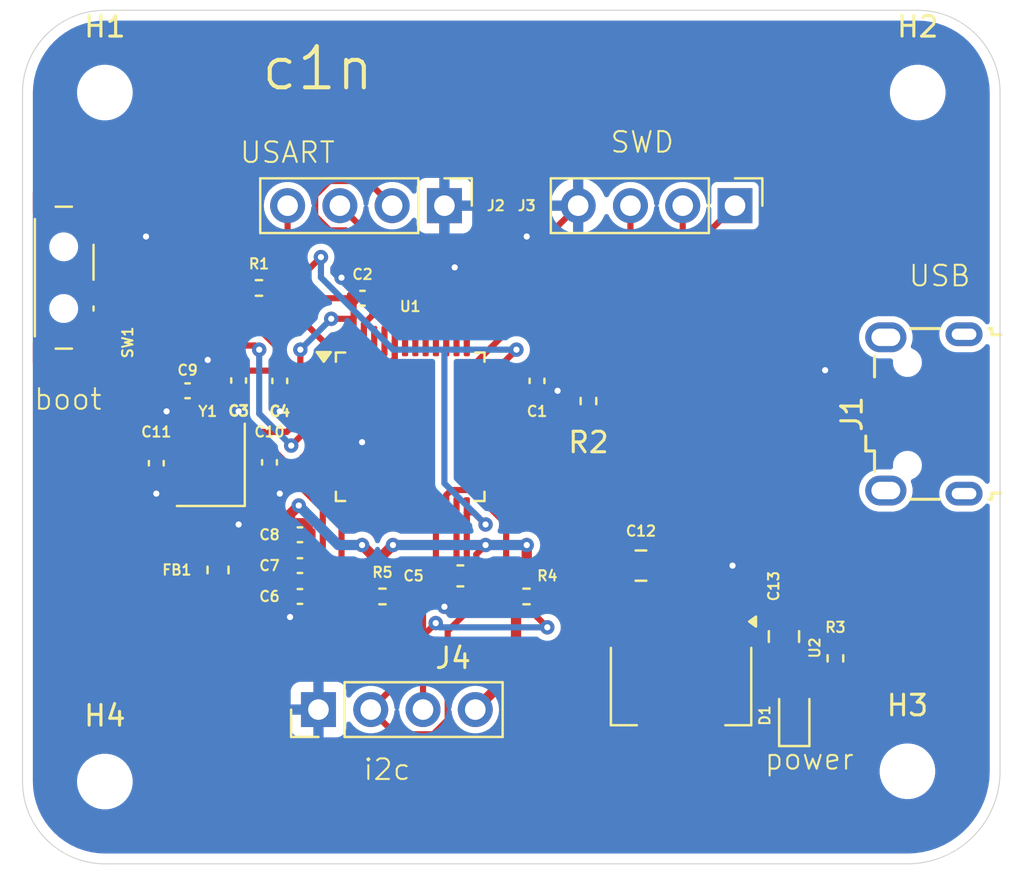
<source format=kicad_pcb>
(kicad_pcb (version 20240108) (generator "pcbnew") (generator_version "8.0")
  (layers (0 "F.Cu" signal) (31 "B.Cu" power) (34 "B.Paste" user) (35 "F.Paste" user) (36 "B.SilkS" user "B.Silkscreen") (37 "F.SilkS" user "F.Silkscreen") (38 "B.Mask" user) (39 "F.Mask" user) (44 "Edge.Cuts" user))
  (net 0 "")
  (net 1 "GND")
  (net 2 "+3.3V")
  (net 3 "+3.3VA")
  (net 4 "/NRST")
  (net 5 "/HSE_IN")
  (net 6 "/HSE_OUT")
  (net 7 "VBUS")
  (net 8 "/PWR_LED_K")
  (net 12 "/USB_D-")
  (net 13 "/USB_D+")
  (net 16 "/USART1_TX")
  (net 17 "/USART1_RX")
  (net 18 "/SWDIO")
  (net 19 "/SWCLK")
  (net 20 "/I2C2_SDA")
  (net 21 "/I2C2_SCL")
  (net 22 "/BOOT0")
  (net 23 "/SW_BOOT0")
  (footprint "Capacitor_SMD:C_0603_1608Metric" (layer "F.Cu") (at 137.275 90.5 180)
    (property "Reference" "C5" (at 2.275 0 0) (layer "F.SilkS") (effects (font (size 0.5 0.5) (thickness 0.1))))
    (property "Value" "10u")
    (pad "1" smd roundrect (at -0.775 0 180) (size 0.9 0.95) (layers "F.Cu" "F.Paste" "F.Mask") (net 2 "+3.3V"))
    (pad "2" smd roundrect (at 0.775 0 180) (size 0.9 0.95) (layers "F.Cu" "F.Paste" "F.Mask") (net 1 "GND"))
  )
  (footprint "Resistor_SMD:R_0402_1005Metric" (layer "F.Cu") (at 140.49 91.5)
    (property "Reference" "R4" (at 1.01 -1 0) (layer "F.SilkS") (effects (font (size 0.5 0.5) (thickness 0.1) (bold yes))))
    (property "Value" "1k5")
    (pad "1" smd roundrect (at -0.51 0) (size 0.54 0.64) (layers "F.Cu" "F.Paste" "F.Mask") (net 2 "+3.3V"))
    (pad "2" smd roundrect (at 0.51 0) (size 0.54 0.64) (layers "F.Cu" "F.Paste" "F.Mask") (net 21 "/I2C2_SCL"))
  )
  (footprint "Capacitor_SMD:C_0402_1005Metric" (layer "F.Cu") (at 128.5 81.02 -90)
    (property "Reference" "C4" (at 1.48 0 180) (layer "F.SilkS") (effects (font (size 0.5 0.5) (thickness 0.125))))
    (property "Value" "100n")
    (pad "1" smd roundrect (at -0.48 0 270) (size 0.56 0.62) (layers "F.Cu" "F.Paste" "F.Mask") (net 2 "+3.3V"))
    (pad "2" smd roundrect (at 0.48 0 270) (size 0.56 0.62) (layers "F.Cu" "F.Paste" "F.Mask") (net 1 "GND"))
  )
  (footprint "Capacitor_SMD:C_0402_1005Metric" (layer "F.Cu") (at 129.48 90 180)
    (property "Reference" "C7" (at 1.48 0 0) (layer "F.SilkS") (effects (font (size 0.5 0.5) (thickness 0.1) (bold yes))))
    (property "Value" "1u")
    (pad "1" smd roundrect (at -0.48 0 180) (size 0.56 0.62) (layers "F.Cu" "F.Paste" "F.Mask") (net 3 "+3.3VA"))
    (pad "2" smd roundrect (at 0.48 0 180) (size 0.56 0.62) (layers "F.Cu" "F.Paste" "F.Mask") (net 1 "GND"))
  )
  (footprint "Connector_PinHeader_2.54mm:PinHeader_1x04_P2.54mm_Vertical" (layer "F.Cu") (at 136.5 72.5 -90)
    (property "Reference" "J2" (at 0 -2.5 0) (layer "F.SilkS") (effects (font (size 0.5 0.5) (thickness 0.1) (bold yes))))
    (property "Value" "Conn_01x04_Pin")
    (pad "1" thru_hole rect (at 0 0 270) (size 1.7 1.7) (drill 1) (layers "*.Cu" "*.Mask") (net 1 "GND"))
    (pad "2" thru_hole oval (at 0 2.54 270) (size 1.7 1.7) (drill 1) (layers "*.Cu" "*.Mask") (net 17 "/USART1_RX"))
    (pad "3" thru_hole oval (at 0 5.08 270) (size 1.7 1.7) (drill 1) (layers "*.Cu" "*.Mask") (net 16 "/USART1_TX"))
    (pad "4" thru_hole oval (at 0 7.62 270) (size 1.7 1.7) (drill 1) (layers "*.Cu" "*.Mask") (net 2 "+3.3V"))
  )
  (footprint "Resistor_SMD:R_0402_1005Metric" (layer "F.Cu") (at 155.5 94.51 90)
    (property "Reference" "R3" (at 1.51 0 180) (layer "F.SilkS") (effects (font (size 0.5 0.5) (thickness 0.1) (bold yes))))
    (property "Value" "1k5")
    (pad "1" smd roundrect (at -0.51 0 90) (size 0.54 0.64) (layers "F.Cu" "F.Paste" "F.Mask") (net 8 "/PWR_LED_K"))
    (pad "2" smd roundrect (at 0.51 0 90) (size 0.54 0.64) (layers "F.Cu" "F.Paste" "F.Mask") (net 1 "GND"))
  )
  (footprint "Button_Switch_SMD:SW_SPDT_PCM12" (layer "F.Cu") (at 118.33 76 -90)
    (property "Reference" "SW1" (at 3.15 -2.78 90) (layer "F.SilkS") (effects (font (size 0.5 0.5) (thickness 0.1) (bold yes))))
    (property "Value" "SW_SPDT")
    (pad "" smd rect (at -3.65 -0.78 270) (size 1 0.8) (layers "F.Cu" "F.Paste" "F.Mask"))
    (pad "" smd rect (at -3.65 1.43 270) (size 1 0.8) (layers "F.Cu" "F.Paste" "F.Mask"))
    (pad "" np_thru_hole circle (at -1.5 0.33 270) (size 0.9 0.9) (drill 0.9) (layers "*.Cu" "*.Mask"))
    (pad "" np_thru_hole circle (at 1.5 0.33 270) (size 0.9 0.9) (drill 0.9) (layers "*.Cu" "*.Mask"))
    (pad "" smd rect (at 3.65 -0.78 270) (size 1 0.8) (layers "F.Cu" "F.Paste" "F.Mask"))
    (pad "" smd rect (at 3.65 1.43 270) (size 1 0.8) (layers "F.Cu" "F.Paste" "F.Mask"))
    (pad "1" smd rect (at -2.25 -1.43 270) (size 0.7 1.5) (layers "F.Cu" "F.Paste" "F.Mask") (net 1 "GND"))
    (pad "2" smd rect (at 0.75 -1.43 270) (size 0.7 1.5) (layers "F.Cu" "F.Paste" "F.Mask") (net 23 "/SW_BOOT0"))
    (pad "3" smd rect (at 2.25 -1.43 270) (size 0.7 1.5) (layers "F.Cu" "F.Paste" "F.Mask") (net 2 "+3.3V"))
  )
  (footprint "Capacitor_SMD:C_0402_1005Metric" (layer "F.Cu") (at 126.5 81 -90)
    (property "Reference" "C3" (at 1.48 0 180) (layer "F.SilkS") (effects (font (size 0.5 0.5) (thickness 0.125))))
    (property "Value" "100n")
    (pad "1" smd roundrect (at -0.48 0 270) (size 0.56 0.62) (layers "F.Cu" "F.Paste" "F.Mask") (net 2 "+3.3V"))
    (pad "2" smd roundrect (at 0.48 0 270) (size 0.56 0.62) (layers "F.Cu" "F.Paste" "F.Mask") (net 1 "GND"))
  )
  (footprint "Package_TO_SOT_SMD:SOT-223-3_TabPin2" (layer "F.Cu") (at 148 95.85 -90)
    (property "Reference" "U2" (at -1.85 -6.5 90) (layer "F.SilkS") (effects (font (size 0.5 0.5) (thickness 0.1) (bold yes))))
    (property "Value" "AMS1117-3.3")
    (pad "1" smd roundrect (at -3.15 -2.3 270) (size 2 1.5) (layers "F.Cu" "F.Paste" "F.Mask") (net 1 "GND"))
    (pad "2" smd roundrect (at -3.15 0 270) (size 2 1.5) (layers "F.Cu" "F.Paste" "F.Mask") (net 2 "+3.3V"))
    (pad "2" smd roundrect (at 3.15 0 270) (size 2 3.8) (layers "F.Cu" "F.Paste" "F.Mask") (net 2 "+3.3V"))
    (pad "3" smd roundrect (at -3.15 2.3 270) (size 2 1.5) (layers "F.Cu" "F.Paste" "F.Mask") (net 7 "VBUS"))
  )
  (footprint "Capacitor_SMD:C_0402_1005Metric" (layer "F.Cu") (at 122.5 85.02 -90)
    (property "Reference" "C11" (at -1.52 0 180) (layer "F.SilkS") (effects (font (size 0.5 0.5) (thickness 0.1) (bold yes))))
    (property "Value" "10p")
    (pad "1" smd roundrect (at -0.48 0 270) (size 0.56 0.62) (layers "F.Cu" "F.Paste" "F.Mask") (net 6 "/HSE_OUT"))
    (pad "2" smd roundrect (at 0.48 0 270) (size 0.56 0.62) (layers "F.Cu" "F.Paste" "F.Mask") (net 1 "GND"))
  )
  (footprint "MountingHole:MountingHole_2.2mm_M2" (layer "F.Cu") (at 120 67)
    (property "Reference" "H1" (at 0 -3.2 0) (layer "F.SilkS"))
    (property "Value" "MountingHole" (hide yes))
    (pad "" np_thru_hole circle (at 0 0) (size 2.2 2.2) (drill 2.2) (layers "*.Cu" "*.Mask"))
  )
  (footprint "Resistor_SMD:R_0402_1005Metric" (layer "F.Cu") (at 133.49 91.5)
    (property "Reference" "R5" (at 0 -1.17 0) (layer "F.SilkS") (effects (font (size 0.5 0.5) (thickness 0.1) (bold yes))))
    (property "Value" "1k5")
    (pad "1" smd roundrect (at -0.51 0) (size 0.54 0.64) (layers "F.Cu" "F.Paste" "F.Mask") (net 2 "+3.3V"))
    (pad "2" smd roundrect (at 0.51 0) (size 0.54 0.64) (layers "F.Cu" "F.Paste" "F.Mask") (net 20 "/I2C2_SDA"))
  )
  (footprint "Capacitor_SMD:C_0805_2012Metric" (layer "F.Cu") (at 153 93.45 90)
    (property "Reference" "C13" (at 2.45 -0.5 90) (layer "F.SilkS") (effects (font (size 0.5 0.5) (thickness 0.1) (bold yes))))
    (property "Value" "22u")
    (pad "1" smd roundrect (at -0.95 0 90) (size 1 1.45) (layers "F.Cu" "F.Paste" "F.Mask") (net 2 "+3.3V"))
    (pad "2" smd roundrect (at 0.95 0 90) (size 1 1.45) (layers "F.Cu" "F.Paste" "F.Mask") (net 1 "GND"))
  )
  (footprint "Capacitor_SMD:C_0402_1005Metric" (layer "F.Cu") (at 124.02 81.5)
    (property "Reference" "C9" (at 0 -1 0) (layer "F.SilkS") (effects (font (size 0.5 0.5) (thickness 0.1) (bold yes))))
    (property "Value" "100n")
    (pad "1" smd roundrect (at -0.48 0) (size 0.56 0.62) (layers "F.Cu" "F.Paste" "F.Mask") (net 4 "/NRST"))
    (pad "2" smd roundrect (at 0.48 0) (size 0.56 0.62) (layers "F.Cu" "F.Paste" "F.Mask") (net 1 "GND"))
  )
  (footprint "MountingHole:MountingHole_2.2mm_M2" (layer "F.Cu") (at 159 100)
    (property "Reference" "H3" (at 0 -3.2 0) (layer "F.SilkS"))
    (property "Value" "MountingHole" (hide yes))
    (pad "" np_thru_hole circle (at 0 0) (size 2.2 2.2) (drill 2.2) (layers "*.Cu" "*.Mask"))
  )
  (footprint "Capacitor_SMD:C_0402_1005Metric" (layer "F.Cu") (at 129.48 91.5 180)
    (property "Reference" "C6" (at 1.48 0 0) (layer "F.SilkS") (effects (font (size 0.5 0.5) (thickness 0.1) (bold yes))))
    (property "Value" "10n")
    (pad "1" smd roundrect (at -0.48 0 180) (size 0.56 0.62) (layers "F.Cu" "F.Paste" "F.Mask") (net 3 "+3.3VA"))
    (pad "2" smd roundrect (at 0.48 0 180) (size 0.56 0.62) (layers "F.Cu" "F.Paste" "F.Mask") (net 1 "GND"))
  )
  (footprint "Connector_PinHeader_2.54mm:PinHeader_1x04_P2.54mm_Vertical" (layer "F.Cu") (at 150.62 72.5 -90)
    (property "Reference" "J3" (at 0 10.12 0) (layer "F.SilkS") (effects (font (size 0.5 0.5) (thickness 0.1) (bold yes))))
    (property "Value" "Conn_01x04_Pin")
    (pad "1" thru_hole rect (at 0 0 270) (size 1.7 1.7) (drill 1) (layers "*.Cu" "*.Mask") (net 2 "+3.3V"))
    (pad "2" thru_hole oval (at 0 2.54 270) (size 1.7 1.7) (drill 1) (layers "*.Cu" "*.Mask") (net 18 "/SWDIO"))
    (pad "3" thru_hole oval (at 0 5.08 270) (size 1.7 1.7) (drill 1) (layers "*.Cu" "*.Mask") (net 19 "/SWCLK"))
    (pad "4" thru_hole oval (at 0 7.62 270) (size 1.7 1.7) (drill 1) (layers "*.Cu" "*.Mask") (net 1 "GND"))
  )
  (footprint "MountingHole:MountingHole_2.2mm_M2" (layer "F.Cu") (at 159.5 67)
    (property "Reference" "H2" (at 0 -3.2 0) (layer "F.SilkS"))
    (property "Value" "MountingHole" (hide yes))
    (pad "" np_thru_hole circle (at 0 0) (size 2.2 2.2) (drill 2.2) (layers "*.Cu" "*.Mask"))
  )
  (footprint "Inductor_SMD:L_0603_1608Metric" (layer "F.Cu") (at 125.5 90.2125 90)
    (property "Reference" "FB1" (at 0 -2 180) (layer "F.SilkS") (effects (font (size 0.5 0.5) (thickness 0.1) (bold yes))))
    (property "Value" "120R")
    (pad "1" smd roundrect (at -0.7875 0 90) (size 0.875 0.95) (layers "F.Cu" "F.Paste" "F.Mask") (net 3 "+3.3VA"))
    (pad "2" smd roundrect (at 0.7875 0 90) (size 0.875 0.95) (layers "F.Cu" "F.Paste" "F.Mask") (net 2 "+3.3V"))
  )
  (footprint "Resistor_SMD:R_0402_1005Metric" (layer "F.Cu") (at 127.49 76.5)
    (property "Reference" "R1" (at 0 -1.17 0) (layer "F.SilkS") (effects (font (size 0.5 0.5) (thickness 0.1) (bold yes))))
    (property "Value" "10K")
    (pad "1" smd roundrect (at -0.51 0) (size 0.54 0.64) (layers "F.Cu" "F.Paste" "F.Mask") (net 23 "/SW_BOOT0"))
    (pad "2" smd roundrect (at 0.51 0) (size 0.54 0.64) (layers "F.Cu" "F.Paste" "F.Mask") (net 22 "/BOOT0"))
  )
  (footprint "Crystal:Crystal_SMD_3225-4Pin_3.2x2.5mm" (layer "F.Cu") (at 125.15 85.1 90)
    (property "Reference" "Y1" (at 2.6 -0.15 180) (layer "F.SilkS") (effects (font (size 0.5 0.5) (thickness 0.1) (bold yes))))
    (property "Value" "16MHz")
    (pad "1" smd rect (at -1.1 0.85 90) (size 1.4 1.2) (layers "F.Cu" "F.Paste" "F.Mask") (net 5 "/HSE_IN"))
    (pad "2" smd rect (at 1.1 0.85 90) (size 1.4 1.2) (layers "F.Cu" "F.Paste" "F.Mask") (net 1 "GND"))
    (pad "3" smd rect (at 1.1 -0.85 90) (size 1.4 1.2) (layers "F.Cu" "F.Paste" "F.Mask") (net 6 "/HSE_OUT"))
    (pad "4" smd rect (at -1.1 -0.85 90) (size 1.4 1.2) (layers "F.Cu" "F.Paste" "F.Mask") (net 1 "GND"))
  )
  (footprint "Capacitor_SMD:C_0402_1005Metric" (layer "F.Cu") (at 141 81.02 -90)
    (property "Reference" "C1" (at 1.48 0 180) (layer "F.SilkS") (effects (font (size 0.5 0.5) (thickness 0.1) (bold yes))))
    (property "Value" "100n")
    (pad "1" smd roundrect (at -0.48 0 270) (size 0.56 0.62) (layers "F.Cu" "F.Paste" "F.Mask") (net 2 "+3.3V"))
    (pad "2" smd roundrect (at 0.48 0 270) (size 0.56 0.62) (layers "F.Cu" "F.Paste" "F.Mask") (net 1 "GND"))
  )
  (footprint "Resistor_SMD:R_0402_1005Metric" (layer "F.Cu") (at 143.5 82 -90)
    (property "Reference" "R2" (at 2.01 0 0) (layer "F.SilkS"))
    (property "Value" "1k5")
    (pad "1" smd roundrect (at -0.51 0 270) (size 0.54 0.64) (layers "F.Cu" "F.Paste" "F.Mask") (net 2 "+3.3V"))
    (pad "2" smd roundrect (at 0.51 0 270) (size 0.54 0.64) (layers "F.Cu" "F.Paste" "F.Mask") (net 13 "/USB_D+"))
  )
  (footprint "Capacitor_SMD:C_0402_1005Metric" (layer "F.Cu") (at 132.52 77)
    (property "Reference" "C2" (at 0 -1.16 0) (layer "F.SilkS") (effects (font (size 0.5 0.5) (thickness 0.1) (bold yes))))
    (property "Value" "100n")
    (pad "1" smd roundrect (at -0.48 0) (size 0.56 0.62) (layers "F.Cu" "F.Paste" "F.Mask") (net 2 "+3.3V"))
    (pad "2" smd roundrect (at 0.48 0) (size 0.56 0.62) (layers "F.Cu" "F.Paste" "F.Mask") (net 1 "GND"))
  )
  (footprint "LED_SMD:LED_0603_1608Metric" (layer "F.Cu") (at 153.5 97.2875 90)
    (property "Reference" "D1" (at 0 -1.43 90) (layer "F.SilkS") (effects (font (size 0.5 0.5) (thickness 0.1) (bold yes))))
    (property "Value" "LED")
    (pad "1" smd roundrect (at -0.7875 0 90) (size 0.875 0.95) (layers "F.Cu" "F.Paste" "F.Mask") (net 8 "/PWR_LED_K"))
    (pad "2" smd roundrect (at 0.7875 0 90) (size 0.875 0.95) (layers "F.Cu" "F.Paste" "F.Mask") (net 2 "+3.3V"))
  )
  (footprint "Capacitor_SMD:C_0402_1005Metric" (layer "F.Cu") (at 128 84.98 90)
    (property "Reference" "C10" (at 1.48 0 180) (layer "F.SilkS") (effects (font (size 0.5 0.5) (thickness 0.1) (bold yes))))
    (property "Value" "10p")
    (pad "1" smd roundrect (at -0.48 0 90) (size 0.56 0.62) (layers "F.Cu" "F.Paste" "F.Mask") (net 5 "/HSE_IN"))
    (pad "2" smd roundrect (at 0.48 0 90) (size 0.56 0.62) (layers "F.Cu" "F.Paste" "F.Mask") (net 1 "GND"))
  )
  (footprint "MountingHole:MountingHole_2.2mm_M2" (layer "F.Cu") (at 120 100.5)
    (property "Reference" "H4" (at 0 -3.2 0) (layer "F.SilkS"))
    (property "Value" "MountingHole" (hide yes))
    (pad "" np_thru_hole circle (at 0 0) (size 2.2 2.2) (drill 2.2) (layers "*.Cu" "*.Mask"))
  )
  (footprint "Capacitor_SMD:C_0402_1005Metric" (layer "F.Cu") (at 129.48 88.5 180)
    (property "Reference" "C8" (at 1.48 0 0) (layer "F.SilkS") (effects (font (size 0.5 0.5) (thickness 0.1) (bold yes))))
    (property "Value" "1u")
    (pad "1" smd roundrect (at -0.48 0 180) (size 0.56 0.62) (layers "F.Cu" "F.Paste" "F.Mask") (net 2 "+3.3V"))
    (pad "2" smd roundrect (at 0.48 0 180) (size 0.56 0.62) (layers "F.Cu" "F.Paste" "F.Mask") (net 1 "GND"))
  )
  (footprint "Connector_PinHeader_2.54mm:PinHeader_1x04_P2.54mm_Vertical" (layer "F.Cu") (at 130.38 97 90)
    (property "Reference" "J4" (at 2.5 6.54 180) (layer "F.SilkS"))
    (property "Value" "Conn_01x04_Pin" (hide yes))
    (pad "1" thru_hole rect (at 0 0 90) (size 1.7 1.7) (drill 1) (layers "*.Cu" "*.Mask") (net 1 "GND"))
    (pad "2" thru_hole oval (at 0 2.54 90) (size 1.7 1.7) (drill 1) (layers "*.Cu" "*.Mask") (net 20 "/I2C2_SDA"))
    (pad "3" thru_hole oval (at 0 5.08 90) (size 1.7 1.7) (drill 1) (layers "*.Cu" "*.Mask") (net 21 "/I2C2_SCL"))
    (pad "4" thru_hole oval (at 0 7.62 90) (size 1.7 1.7) (drill 1) (layers "*.Cu" "*.Mask") (net 2 "+3.3V"))
  )
  (footprint "Package_QFP:LQFP-48_7x7mm_P0.5mm" (layer "F.Cu") (at 134.8375 83.25)
    (property "Reference" "U1" (at 0 -5.85 0) (layer "F.SilkS") (effects (font (size 0.5 0.5) (thickness 0.1) (bold yes))))
    (property "Value" "STM32F103C8Tx")
    (pad "1" smd roundrect (at -4.1625 -2.75) (size 1.475 0.3) (layers "F.Cu" "F.Paste" "F.Mask") (net 2 "+3.3V"))
    (pad "2" smd roundrect (at -4.1625 -2.25) (size 1.475 0.3) (layers "F.Cu" "F.Paste" "F.Mask"))
    (pad "3" smd roundrect (at -4.1625 -1.75) (size 1.475 0.3) (layers "F.Cu" "F.Paste" "F.Mask"))
    (pad "4" smd roundrect (at -4.1625 -1.25) (size 1.475 0.3) (layers "F.Cu" "F.Paste" "F.Mask"))
    (pad "5" smd roundrect (at -4.1625 -0.75) (size 1.475 0.3) (layers "F.Cu" "F.Paste" "F.Mask") (net 5 "/HSE_IN"))
    (pad "6" smd roundrect (at -4.1625 -0.25) (size 1.475 0.3) (layers "F.Cu" "F.Paste" "F.Mask") (net 6 "/HSE_OUT"))
    (pad "7" smd roundrect (at -4.1625 0.25) (size 1.475 0.3) (layers "F.Cu" "F.Paste" "F.Mask") (net 4 "/NRST"))
    (pad "8" smd roundrect (at -4.1625 0.75) (size 1.475 0.3) (layers "F.Cu" "F.Paste" "F.Mask") (net 1 "GND"))
    (pad "9" smd roundrect (at -4.1625 1.25) (size 1.475 0.3) (layers "F.Cu" "F.Paste" "F.Mask") (net 3 "+3.3VA"))
    (pad "10" smd roundrect (at -4.1625 1.75) (size 1.475 0.3) (layers "F.Cu" "F.Paste" "F.Mask"))
    (pad "11" smd roundrect (at -4.1625 2.25) (size 1.475 0.3) (layers "F.Cu" "F.Paste" "F.Mask"))
    (pad "12" smd roundrect (at -4.1625 2.75) (size 1.475 0.3) (layers "F.Cu" "F.Paste" "F.Mask"))
    (pad "13" smd roundrect (at -2.75 4.1625) (size 0.3 1.475) (layers "F.Cu" "F.Paste" "F.Mask"))
    (pad "14" smd roundrect (at -2.25 4.1625) (size 0.3 1.475) (layers "F.Cu" "F.Paste" "F.Mask"))
    (pad "15" smd roundrect (at -1.75 4.1625) (size 0.3 1.475) (layers "F.Cu" "F.Paste" "F.Mask"))
    (pad "16" smd roundrect (at -1.25 4.1625) (size 0.3 1.475) (layers "F.Cu" "F.Paste" "F.Mask"))
    (pad "17" smd roundrect (at -0.75 4.1625) (size 0.3 1.475) (layers "F.Cu" "F.Paste" "F.Mask"))
    (pad "18" smd roundrect (at -0.25 4.1625) (size 0.3 1.475) (layers "F.Cu" "F.Paste" "F.Mask"))
    (pad "19" smd roundrect (at 0.25 4.1625) (size 0.3 1.475) (layers "F.Cu" "F.Paste" "F.Mask"))
    (pad "20" smd roundrect (at 0.75 4.1625) (size 0.3 1.475) (layers "F.Cu" "F.Paste" "F.Mask"))
    (pad "21" smd roundrect (at 1.25 4.1625) (size 0.3 1.475) (layers "F.Cu" "F.Paste" "F.Mask") (net 21 "/I2C2_SCL"))
    (pad "22" smd roundrect (at 1.75 4.1625) (size 0.3 1.475) (layers "F.Cu" "F.Paste" "F.Mask") (net 20 "/I2C2_SDA"))
    (pad "23" smd roundrect (at 2.25 4.1625) (size 0.3 1.475) (layers "F.Cu" "F.Paste" "F.Mask") (net 1 "GND"))
    (pad "24" smd roundrect (at 2.75 4.1625) (size 0.3 1.475) (layers "F.Cu" "F.Paste" "F.Mask") (net 2 "+3.3V"))
    (pad "25" smd roundrect (at 4.1625 2.75) (size 1.475 0.3) (layers "F.Cu" "F.Paste" "F.Mask"))
    (pad "26" smd roundrect (at 4.1625 2.25) (size 1.475 0.3) (layers "F.Cu" "F.Paste" "F.Mask"))
    (pad "27" smd roundrect (at 4.1625 1.75) (size 1.475 0.3) (layers "F.Cu" "F.Paste" "F.Mask"))
    (pad "28" smd roundrect (at 4.1625 1.25) (size 1.475 0.3) (layers "F.Cu" "F.Paste" "F.Mask"))
    (pad "29" smd roundrect (at 4.1625 0.75) (size 1.475 0.3) (layers "F.Cu" "F.Paste" "F.Mask"))
    (pad "30" smd roundrect (at 4.1625 0.25) (size 1.475 0.3) (layers "F.Cu" "F.Paste" "F.Mask"))
    (pad "31" smd roundrect (at 4.1625 -0.25) (size 1.475 0.3) (layers "F.Cu" "F.Paste" "F.Mask"))
    (pad "32" smd roundrect (at 4.1625 -0.75) (size 1.475 0.3) (layers "F.Cu" "F.Paste" "F.Mask") (net 12 "/USB_D-"))
    (pad "33" smd roundrect (at 4.1625 -1.25) (size 1.475 0.3) (layers "F.Cu" "F.Paste" "F.Mask") (net 13 "/USB_D+"))
    (pad "34" smd roundrect (at 4.1625 -1.75) (size 1.475 0.3) (layers "F.Cu" "F.Paste" "F.Mask") (net 18 "/SWDIO"))
    (pad "35" smd roundrect (at 4.1625 -2.25) (size 1.475 0.3) (layers "F.Cu" "F.Paste" "F.Mask") (net 1 "GND"))
    (pad "36" smd roundrect (at 4.1625 -2.75) (size 1.475 0.3) (layers "F.Cu" "F.Paste" "F.Mask") (net 2 "+3.3V"))
    (pad "37" smd roundrect (at 2.75 -4.1625) (size 0.3 1.475) (layers "F.Cu" "F.Paste" "F.Mask") (net 19 "/SWCLK"))
    (pad "38" smd roundrect (at 2.25 -4.1625) (size 0.3 1.475) (layers "F.Cu" "F.Paste" "F.Mask"))
    (pad "39" smd roundrect (at 1.75 -4.1625) (size 0.3 1.475) (layers "F.Cu" "F.Paste" "F.Mask"))
    (pad "40" smd roundrect (at 1.25 -4.1625) (size 0.3 1.475) (layers "F.Cu" "F.Paste" "F.Mask"))
    (pad "41" smd roundrect (at 0.75 -4.1625) (size 0.3 1.475) (layers "F.Cu" "F.Paste" "F.Mask"))
    (pad "42" smd roundrect (at 0.25 -4.1625) (size 0.3 1.475) (layers "F.Cu" "F.Paste" "F.Mask") (net 16 "/USART1_TX"))
    (pad "43" smd roundrect (at -0.25 -4.1625) (size 0.3 1.475) (layers "F.Cu" "F.Paste" "F.Mask") (net 17 "/USART1_RX"))
    (pad "44" smd roundrect (at -0.75 -4.1625) (size 0.3 1.475) (layers "F.Cu" "F.Paste" "F.Mask") (net 22 "/BOOT0"))
    (pad "45" smd roundrect (at -1.25 -4.1625) (size 0.3 1.475) (layers "F.Cu" "F.Paste" "F.Mask"))
    (pad "46" smd roundrect (at -1.75 -4.1625) (size 0.3 1.475) (layers "F.Cu" "F.Paste" "F.Mask"))
    (pad "47" smd roundrect (at -2.25 -4.1625) (size 0.3 1.475) (layers "F.Cu" "F.Paste" "F.Mask") (net 1 "GND"))
    (pad "48" smd roundrect (at -2.75 -4.1625) (size 0.3 1.475) (layers "F.Cu" "F.Paste" "F.Mask") (net 2 "+3.3V"))
  )
  (footprint "Connector_USB:USB_Micro-B_Wuerth_629105150521" (layer "F.Cu") (at 159.8 82.625 90)
    (property "Reference" "J1" (at 0 -3.5 90) (layer "F.SilkS"))
    (property "Value" "USB_B_Micro" (hide yes))
    (pad "" np_thru_hole oval (at -2.5 -0.8 90) (size 0.8 0.8) (drill 0.8) (layers "*.Cu" "*.Mask"))
    (pad "" np_thru_hole oval (at 2.5 -0.8 90) (size 0.8 0.8) (drill 0.8) (layers "*.Cu" "*.Mask"))
    (pad "1" smd rect (at -1.3 -1.9 90) (size 0.45 1.3) (layers "F.Cu" "F.Paste" "F.Mask") (net 7 "VBUS"))
    (pad "2" smd rect (at -0.65 -1.9 90) (size 0.45 1.3) (layers "F.Cu" "F.Paste" "F.Mask") (net 12 "/USB_D-"))
    (pad "3" smd rect (at 0 -1.9 90) (size 0.45 1.3) (layers "F.Cu" "F.Paste" "F.Mask") (net 13 "/USB_D+"))
    (pad "4" smd rect (at 0.65 -1.9 90) (size 0.45 1.3) (layers "F.Cu" "F.Paste" "F.Mask"))
    (pad "5" smd rect (at 1.3 -1.9 90) (size 0.45 1.3) (layers "F.Cu" "F.Paste" "F.Mask") (net 1 "GND"))
    (pad "6" thru_hole oval (at -3.875 1.95 90) (size 1.15 1.8) (drill oval 0.55 1.2) (layers "*.Cu" "*.Mask"))
    (pad "6" thru_hole oval (at -3.725 -1.85 90) (size 1.45 2) (drill oval 0.85 1.4) (layers "*.Cu" "*.Mask"))
    (pad "6" thru_hole oval (at 3.725 -1.85 90) (size 1.45 2) (drill oval 0.85 1.4) (layers "*.Cu" "*.Mask"))
    (pad "6" thru_hole oval (at 3.875 1.95 90) (size 1.15 1.8) (drill oval 0.55 1.2) (layers "*.Cu" "*.Mask"))
  )
  (footprint "Capacitor_SMD:C_0805_2012Metric" (layer "F.Cu") (at 146.05 90)
    (property "Reference" "C12" (at 0 -1.68 0) (layer "F.SilkS") (effects (font (size 0.5 0.5) (thickness 0.1) (bold yes))))
    (property "Value" "22u")
    (pad "1" smd roundrect (at -0.95 0) (size 1 1.45) (layers "F.Cu" "F.Paste" "F.Mask") (net 7 "VBUS"))
    (pad "2" smd roundrect (at 0.95 0) (size 1 1.45) (layers "F.Cu" "F.Paste" "F.Mask") (net 1 "GND"))
  )
  (gr_arc (start 116 67) (mid 117.171573 64.171573) (end 120 63) (stroke (width 0.05)) (layer "Edge.Cuts"))
  (gr_arc (start 120 104.5) (mid 117.171573 103.328427) (end 116 100.5) (stroke (width 0.05)) (layer "Edge.Cuts"))
  (gr_arc (start 163.5 100) (mid 162.181981 103.181981) (end 159 104.5) (stroke (width 0.05)) (layer "Edge.Cuts"))
  (gr_line (start 163.5 100) (end 163.5 67) (stroke (width 0.05)) (layer "Edge.Cuts"))
  (gr_line (start 159.5 63) (end 120 63) (stroke (width 0.05)) (layer "Edge.Cuts"))
  (gr_line (start 120 104.5) (end 159 104.5) (stroke (width 0.05)) (layer "Edge.Cuts"))
  (gr_line (start 116 67) (end 116 100.5) (stroke (width 0.05)) (layer "Edge.Cuts"))
  (gr_arc (start 159.5 63) (mid 162.328427 64.171573) (end 163.5 67) (stroke (width 0.05)) (layer "Edge.Cuts"))
  (gr_text "SWD" (at 144.5 70 0) (layer "F.SilkS") (effects (font (size 1 1) (thickness 0.1)) (justify left bottom)))
  (gr_text "power" (at 152 100 0) (layer "F.SilkS") (effects (font (size 1 1) (thickness 0.1)) (justify left bottom)))
  (gr_text "USART" (at 126.5 70.5 0) (layer "F.SilkS") (effects (font (size 1 1) (thickness 0.1)) (justify left bottom)))
  (gr_text "boot" (at 116.5 82.5 0) (layer "F.SilkS") (effects (font (size 1 1) (thickness 0.1)) (justify left bottom)))
  (gr_text "i2c\n" (at 132.5 100.5 0) (layer "F.SilkS") (effects (font (size 1 1) (thickness 0.1)) (justify left bottom)))
  (gr_text "c1n" (at 127.5 67 0) (layer "F.SilkS") (effects (font (size 2 2) (thickness 0.2)) (justify left bottom)))
  (gr_text "USB" (at 159 76.5 0) (layer "F.SilkS") (effects (font (size 1 1) (thickness 0.1)) (justify left bottom)))
  (segment (start 124.6 82.5) (end 123 82.5) (width 0.3) (layer "F.Cu") (net 1))
  (segment (start 136.5 72.5) (end 136.5 75) (width 0.5) (layer "F.Cu") (net 1))
  (segment (start 124.3 86.3) (end 126 88) (width 0.3) (layer "F.Cu") (net 1))
  (segment (start 150.3 92.7) (end 150.3 90.2) (width 0.5) (layer "F.Cu") (net 1))
  (segment (start 124.5 81.5) (end 124.5 80.5) (width 0.5) (layer "F.Cu") (net 1))
  (segment (start 141 81.5) (end 142 81.5) (width 0.3) (layer "F.Cu") (net 1))
  (segment (start 126 88) (end 126.5 88) (width 0.3) (layer "F.Cu") (net 1))
  (segment (start 136.5 75) (end 137 75.5) (width 0.5) (layer "F.Cu") (net 1))
  (segment (start 147 90) (end 150.5 90) (width 0.5) (layer "F.Cu") (net 1))
  (segment (start 126 83.9) (end 124.6 82.5) (width 0.3) (layer "F.Cu") (net 1))
  (segment (start 150.3 90.2) (end 150.5 90) (width 0.5) (layer "F.Cu") (net 1))
  (segment (start 133 77) (end 133 76.690001) (width 0.3) (layer "F.Cu") (net 1))
  (segment (start 129 91.5) (end 129 90) (width 0.5) (layer "F.Cu") (net 1))
  (segment (start 141.5 74) (end 140.5 74) (width 0.3) (layer "F.Cu") (net 1))
  (segment (start 124.5 80.5) (end 125 80) (width 0.5) (layer "F.Cu") (net 1))
  (segment (start 121.75 73.75) (end 122 74) (width 0.3) (layer "F.Cu") (net 1))
  (segment (start 140.953154 81.5) (end 141 81.5) (width 0.3) (layer "F.Cu") (net 1))
  (segment (start 122.5 85.5) (end 122.5 86.5) (width 0.5) (layer "F.Cu") (net 1))
  (segment (start 150.3 92.7) (end 152.8 92.7) (width 0.5) (layer "F.Cu") (net 1))
  (segment (start 132.5875 78.24688) (end 133 77.83438) (width 0.3) (layer "F.Cu") (net 1))
  (segment (start 126.5 81.48) (end 126.5 82.5) (width 0.5) (layer "F.Cu") (net 1))
  (segment (start 137.0875 89.9125) (end 136.5 90.5) (width 0.3) (layer "F.Cu") (net 1))
  (segment (start 133 77.83438) (end 133 77) (width 0.3) (layer "F.Cu") (net 1))
  (segment (start 132.309999 76) (end 131.5 76) (width 0.3) (layer "F.Cu") (net 1))
  (segment (start 136.5 90.5) (end 136.5 92) (width 0.3) (layer "F.Cu") (net 1))
  (segment (start 137.0875 87.4125) (end 137.0875 89.9125) (width 0.3) (layer "F.Cu") (net 1))
  (segment (start 139 81) (end 140.453154 81) (width 0.3) (layer "F.Cu") (net 1))
  (segment (start 153 92.5) (end 154 92.5) (width 0.5) (layer "F.Cu") (net 1))
  (segment (start 128 84.5) (end 128.309999 84.5) (width 0.3) (layer "F.Cu") (net 1))
  (segment (start 132.5875 79.0875) (end 132.5875 78.24688) (width 0.3) (layer "F.Cu") (net 1))
  (segment (start 129 91.5) (end 129 92.5) (width 0.5) (layer "F.Cu") (net 1))
  (segment (start 140.453154 81) (end 140.953154 81.5) (width 0.3) (layer "F.Cu") (net 1))
  (segment (start 129 88.5) (end 129 90) (width 0.5) (layer "F.Cu") (net 1))
  (segment (start 152.8 92.7) (end 153 92.5) (width 0.5) (layer "F.Cu") (net 1))
  (segment (start 155.825 81.325) (end 155 80.5) (width 0.3) (layer "F.Cu") (net 1))
  (segment (start 128.66 84.850001) (end 128.66 86.34) (width 0.3) (layer "F.Cu") (net 1))
  (segment (start 124.3 86.2) (end 124.3 86.3) (width 0.3) (layer "F.Cu") (net 1))
  (segment (start 143 72.5) (end 141.5 74) (width 0.3) (layer "F.Cu") (net 1))
  (segment (start 128.309999 84.5) (end 128.66 84.850001) (width 0.3) (layer "F.Cu") (net 1))
  (segment (start 130.675 84) (end 132.5 84) (width 0.3) (layer "F.Cu") (net 1))
  (segment (start 133 76.690001) (end 132.309999 76) (width 0.3) (layer "F.Cu") (net 1))
  (segment (start 126 84) (end 126 83.9) (width 0.3) (layer "F.Cu") (net 1))
  (segment (start 128.66 86.34) (end 128.5 86.5) (width 0.3) (layer "F.Cu") (net 1))
  (segment (start 157.9 81.325) (end 155.825 81.325) (width 0.3) (layer "F.Cu") (net 1))
  (segment (start 128.5 81.5) (end 128.5 82.5) (width 0.5) (layer "F.Cu") (net 1))
  (segment (start 154 92.5) (end 155.5 94) (width 0.5) (layer "F.Cu") (net 1))
  (segment (start 119.76 73.75) (end 121.75 73.75) (width 0.3) (layer "F.Cu") (net 1))
  (via (at 155 80.5) (size 0.7) (drill 0.3) (layers "F.Cu" "B.Cu") (net 1))
  (via (at 123 82.5) (size 0.7) (drill 0.3) (layers "F.Cu" "B.Cu") (net 1))
  (via (at 150.5 90) (size 0.7) (drill 0.3) (layers "F.Cu" "B.Cu") (net 1))
  (via (at 125 80) (size 0.7) (drill 0.3) (layers "F.Cu" "B.Cu") (net 1))
  (via (at 122 74) (size 0.7) (drill 0.3) (layers "F.Cu" "B.Cu") (net 1))
  (via (at 126.5 82.5) (size 0.7) (drill 0.3) (layers "F.Cu" "B.Cu") (net 1))
  (via (at 132.5 84) (size 0.7) (drill 0.3) (layers "F.Cu" "B.Cu") (net 1))
  (via (at 126.5 88) (size 0.7) (drill 0.3) (layers "F.Cu" "B.Cu") (net 1))
  (via (at 137 75.5) (size 0.7) (drill 0.3) (layers "F.Cu" "B.Cu") (net 1))
  (via (at 136.5 92) (size 0.7) (drill 0.3) (layers "F.Cu" "B.Cu") (net 1))
  (via (at 128.5 86.5) (size 0.7) (drill 0.3) (layers "F.Cu" "B.Cu") (net 1))
  (via (at 122.5 86.5) (size 0.7) (drill 0.3) (layers "F.Cu" "B.Cu") (net 1))
  (via (at 129 92.5) (size 0.7) (drill 0.3) (layers "F.Cu" "B.Cu") (net 1))
  (via (at 140.5 74) (size 0.7) (drill 0.3) (layers "F.Cu" "B.Cu") (net 1))
  (via (at 128.5 82.5) (size 0.7) (drill 0.3) (layers "F.Cu" "B.Cu") (net 1))
  (via (at 131.5 76) (size 0.7) (drill 0.3) (layers "F.Cu" "B.Cu") (net 1))
  (via (at 142 81.5) (size 0.7) (drill 0.3) (layers "F.Cu" "B.Cu") (net 1))
  (segment (start 130.5 77) (end 132.04 77) (width 0.3) (layer "F.Cu") (net 2))
  (segment (start 143.5 81.49) (end 142.55 80.54) (width 0.3) (layer "F.Cu") (net 2))
  (segment (start 119.76 78.25) (end 127.23995 78.25) (width 0.3) (layer "F.Cu") (net 2))
  (segment (start 128.88 75.38) (end 129.5 76) (width 0.3) (layer "F.Cu") (net 2))
  (segment (start 128.88 72.5) (end 128.88 75.38) (width 0.3) (layer "F.Cu") (net 2))
  (segment (start 132.98 90.02) (end 132.98 89.48) (width 0.5) (layer "F.Cu") (net 2))
  (segment (start 132.0875 77.0475) (end 132.04 77) (width 0.3) (layer "F.Cu") (net 2))
  (segment (start 140.5 90.660001) (end 140.5 89) (width 0.5) (layer "F.Cu") (net 2))
  (segment (start 130.5 75) (end 129.5 76) (width 0.3) (layer "F.Cu") (net 2))
  (segment (start 153 96) (end 153.5 96.5) (width 0.5) (layer "F.Cu") (net 2))
  (segment (start 138.05 90.5) (end 138.05 89.45) (width 0.3) (layer "F.Cu") (net 2))
  (segment (start 132.98 91.5) (end 132.98 90.02) (width 0.5) (layer "F.Cu") (net 2))
  (segment (start 126.5 80.52) (end 128.48 80.52) (width 0.3) (layer "F.Cu") (net 2))
  (segment (start 129.5 76) (end 130.5 77) (width 0.3) (layer "F.Cu") (net 2))
  (segment (start 139.98 91.5) (end 139.98 95.02) (width 0.5) (layer "F.Cu") (net 2))
  (segment (start 139.5 95.5) (end 143 99) (width 0.5) (layer "F.Cu") (net 2))
  (segment (start 143 99) (end 148 99) (width 0.5) (layer "F.Cu") (net 2))
  (segment (start 128.54 80.5) (end 128.5 80.54) (width 0.3) (layer "F.Cu") (net 2))
  (segment (start 129 87.5) (end 129 87.74) (width 0.5) (layer "F.Cu") (net 2))
  (segment (start 148 99) (end 152.6 94.4) (width 0.5) (layer "F.Cu") (net 2))
  (segment (start 127.068154 89.425) (end 128.653154 87.84) (width 0.3) (layer "F.Cu") (net 2))
  (segment (start 128.48 80.52) (end 128.5 80.54) (width 0.3) (layer "F.Cu") (net 2))
  (segment (start 137.9125 87.4125) (end 138.5 88) (width 0.3) (layer "F.Cu") (net 2))
  (segment (start 129.5 79.5) (end 129.5 80.5) (width 0.3) (layer "F.Cu") (net 2))
  (segment (start 148 92.7) (end 148 99) (width 0.5) (layer "F.Cu") (net 2))
  (segment (start 129.422215 87.077785) (end 129 87.5) (width 0.5) (layer "F.Cu") (net 2))
  (segment (start 137.5875 90.0375) (end 138.05 90.5) (width 0.3) (layer "F.Cu") (net 2))
  (segment (start 132.0875 78) (end 131 78) (width 0.3) (layer "F.Cu") (net 2))
  (segment (start 138.05 89.45) (end 138.5 89) (width 0.3) (layer "F.Cu") (net 2))
  (segment (start 139.98 95.02) (end 139.5 95.5) (width 0.5) (layer "F.Cu") (net 2))
  (segment (start 129.5 80.5) (end 128.54 80.5) (width 0.3) (layer "F.Cu") (net 2))
  (segment (start 137.5875 87.4125) (end 137.5875 90.0375) (width 0.3) (layer "F.Cu") (net 2))
  (segment (start 125.5 89.425) (end 127.068154 89.425) (width 0.3) (layer "F.Cu") (net 2))
  (segment (start 140.96 80.5) (end 139 80.5) (width 0.3) (layer "F.Cu") (net 2))
  (segment (start 128.5 79.51005) (end 128.5 80.54) (width 0.3) (layer "F.Cu") (net 2))
  (segment (start 132.0875 78) (end 132.0875 77.0475) (width 0.3) (layer "F.Cu") (net 2))
  (segment (start 143.5 81.49) (end 143.5 79.62) (width 0.3) (layer "F.Cu") (net 2))
  (segment (start 142.55 80.54) (end 141 80.54) (width 0.3) (layer "F.Cu") (net 2))
  (segment (start 128.653154 87.84) (end 129.609999 87.84) (width 0.3) (layer "F.Cu") (net 2))
  (segment (start 153 94.4) (end 153 96) (width 0.5) (layer "F.Cu") (net 2))
  (segment (start 132.0875 79.0875) (end 132.0875 78) (width 0.3) (layer "F.Cu") (net 2))
  (segment (start 129.96 88.190001) (end 129.96 88.5) (width 0.3) (layer "F.Cu") (net 2))
  (segment (start 139.98 91.180001) (end 140.5 90.660001) (width 0.5) (layer "F.Cu") (net 2))
  (segment (start 130.675 80.5) (end 129.5 80.5) (width 0.3) (layer "F.Cu") (net 2))
  (segment (start 143.5 79.62) (end 150.62 72.5) (width 0.3) (layer "F.Cu") (net 2))
  (segment (start 129.609999 87.84) (end 129.96 88.190001) (width 0.3) (layer "F.Cu") (net 2))
  (segment (start 137.5875 87.4125) (end 137.9125 87.4125) (width 0.3) (layer "F.Cu") (net 2))
  (segment (start 127.23995 78.25) (end 128.5 79.51005) (width 0.3) (layer "F.Cu") (net 2))
  (segment (start 139.5 95.5) (end 138 97) (width 0.5) (layer "F.Cu") (net 2))
  (segment (start 141 80.54) (end 140.96 80.5) (width 0.3) (layer "F.Cu") (net 2))
  (segment (start 132.98 89.48) (end 132.5 89) (width 0.5) (layer "F.Cu") (net 2))
  (segment (start 139.98 91.5) (end 139.98 91.180001) (width 0.5) (layer "F.Cu") (net 2))
  (segment (start 139 80.5) (end 140 79.5) (width 0.3) (layer "F.Cu") (net 2))
  (segment (start 132.98 90.02) (end 134 89) (width 0.5) (layer "F.Cu") (net 2))
  (segment (start 152.6 94.4) (end 153 94.4) (width 0.5) (layer "F.Cu") (net 2))
  (via (at 134 89) (size 0.7) (drill 0.3) (layers "F.Cu" "B.Cu") (net 2))
  (via (at 140.5 89) (size 0.7) (drill 0.3) (layers "F.Cu" "B.Cu") (net 2))
  (via (at 140 79.5) (size 0.7) (drill 0.3) (layers "F.Cu" "B.Cu") (net 2))
  (via (at 131 78) (size 0.7) (drill 0.3) (layers "F.Cu" "B.Cu") (net 2))
  (via (at 129.5 79.5) (size 0.7) (drill 0.3) (layers "F.Cu" "B.Cu") (net 2))
  (via (at 132.5 89) (size 0.7) (drill 0.3) (layers "F.Cu" "B.Cu") (net 2))
  (via (at 129.422215 87.077785) (size 0.7) (drill 0.3) (layers "F.Cu" "B.Cu") (net 2))
  (via (at 138.5 89) (size 0.7) (drill 0.3) (layers "F.Cu" "B.Cu") (net 2))
  (via (at 130.5 75) (size 0.7) (drill 0.3) (layers "F.Cu" "B.Cu") (net 2))
  (via (at 138.5 88) (size 0.7) (drill 0.3) (layers "F.Cu" "B.Cu") (net 2))
  (segment (start 130.5 75.98995) (end 130.5 75) (width 0.3) (layer "B.Cu") (net 2))
  (segment (start 134 89) (end 138.5 89) (width 0.5) (layer "B.Cu") (net 2))
  (segment (start 132.5 89) (end 131.34443 89) (width 0.5) (layer "B.Cu") (net 2))
  (segment (start 136.5 86) (end 136.5 79.5) (width 0.3) (layer "B.Cu") (net 2))
  (segment (start 131.34443 89) (end 129.422215 87.077785) (width 0.5) (layer "B.Cu") (net 2))
  (segment (start 138.5 88) (end 136.5 86) (width 0.3) (layer "B.Cu") (net 2))
  (segment (start 134.01005 79.5) (end 130.5 75.98995) (width 0.3) (layer "B.Cu") (net 2))
  (segment (start 140 79.5) (end 136.5 79.5) (width 0.3) (layer "B.Cu") (net 2))
  (segment (start 140.5 89) (end 138.5 89) (width 0.5) (layer "B.Cu") (net 2))
  (segment (start 131 78) (end 129.5 79.5) (width 0.3) (layer "B.Cu") (net 2))
  (segment (start 136.5 79.5) (end 134.01005 79.5) (width 0.3) (layer "B.Cu") (net 2))
  (segment (start 127.7 93.2) (end 129.3 93.2) (width 0.3) (layer "F.Cu") (net 3))
  (segment (start 129.5875 86.25312) (end 129.5875 84.74688) (width 0.3) (layer "F.Cu") (net 3))
  (segment (start 129.3 93.2) (end 129.96 92.54) (width 0.3) (layer "F.Cu") (net 3))
  (segment (start 130.59 87.25562) (end 129.5875 86.25312) (width 0.3) (layer "F.Cu") (net 3))
  (segment (start 129.96 92.54) (end 129.96 91.5) (width 0.3) (layer "F.Cu") (net 3))
  (segment (start 129.96 90) (end 129.96 91.5) (width 0.3) (layer "F.Cu") (net 3))
  (segment (start 125.5 91) (end 127.7 93.2) (width 0.3) (layer "F.Cu") (net 3))
  (segment (start 129.83438 84.5) (end 130.675 84.5) (width 0.3) (layer "F.Cu") (net 3))
  (segment (start 130.59 89.37) (end 130.59 87.25562) (width 0.3) (layer "F.Cu") (net 3))
  (segment (start 129.96 90) (end 130.59 89.37) (width 0.3) (layer "F.Cu") (net 3))
  (segment (start 129.5875 84.74688) (end 129.83438 84.5) (width 0.3) (layer "F.Cu") (net 3))
  (segment (start 123.54 81.5) (end 123.54 81.546846) (width 0.3) (layer "F.Cu") (net 4))
  (segment (start 129.054487 84.164495) (end 129.718982 83.5) (width 0.3) (layer "F.Cu") (net 4))
  (segment (start 123.54 80.47005) (end 124.71005 79.3) (width 0.3) (layer "F.Cu") (net 4))
  (segment (start 123.54 81.546846) (end 123.54 80.47005) (width 0.3) (layer "F.Cu") (net 4))
  (segment (start 127.3 79.3) (end 127.5 79.5) (width 0.3) (layer "F.Cu") (net 4))
  (segment (start 129.718982 83.5) (end 130.675 83.5) (width 0.3) (layer "F.Cu") (net 4))
  (segment (start 124.71005 79.3) (end 127.3 79.3) (width 0.3) (layer "F.Cu") (net 4))
  (via (at 127.5 79.5) (size 0.7) (drill 0.3) (layers "F.Cu" "B.Cu") (net 4))
  (via (at 129.054487 84.164495) (size 0.7) (drill 0.3) (layers "F.Cu" "B.Cu") (net 4))
  (segment (start 127.5 82.610008) (end 129.054487 84.164495) (width 0.3) (layer "B.Cu") (net 4))
  (segment (start 127.5 79.5) (end 127.5 82.610008) (width 0.3) (layer "B.Cu") (net 4))
  (segment (start 128.83438 83.5) (end 127.5 83.5) (width 0.3) (layer "F.Cu") (net 5))
  (segment (start 127.5 83.5) (end 127 84) (width 0.3) (layer "F.Cu") (net 5))
  (segment (start 129.83438 82.5) (end 128.83438 83.5) (width 0.3) (layer "F.Cu") (net 5))
  (segment (start 127 84) (end 127 84.769999) (width 0.3) (layer "F.Cu") (net 5))
  (segment (start 127.690001 85.46) (end 128 85.46) (width 0.3) (layer "F.Cu") (net 5))
  (segment (start 127 84.769999) (end 127.690001 85.46) (width 0.3) (layer "F.Cu") (net 5))
  (segment (start 128 85.46) (end 126.74 85.46) (width 0.3) (layer "F.Cu") (net 5))
  (segment (start 126.74 85.46) (end 126 86.2) (width 0.3) (layer "F.Cu") (net 5))
  (segment (start 130.675 82.5) (end 129.83438 82.5) (width 0.3) (layer "F.Cu") (net 5))
  (segment (start 133 83) (end 133.5 83.5) (width 0.3) (layer "F.Cu") (net 6))
  (segment (start 133.175 86.325) (end 131.83438 86.325) (width 0.3) (layer "F.Cu") (net 6))
  (segment (start 123.76 84.54) (end 124.3 84) (width 0.3) (layer "F.Cu") (net 6))
  (segment (start 123.5 91.5) (end 123.5 90.5) (width 0.3) (layer "F.Cu") (net 6))
  (segment (start 123.35 84.95) (end 124.3 84) (width 0.3) (layer "F.Cu") (net 6))
  (segment (start 126.5 94.5) (end 123.5 91.5) (width 0.3) (layer "F.Cu") (net 6))
  (segment (start 130.675 83) (end 133 83) (width 0.3) (layer "F.Cu") (net 6))
  (segment (start 133.5 83.5) (end 133.5 86) (width 0.3) (layer "F.Cu") (net 6))
  (segment (start 131.83438 86.325) (end 131.5 86.65938) (width 0.3) (layer "F.Cu") (net 6))
  (segment (start 129.5 94.5) (end 126.5 94.5) (width 0.3) (layer "F.Cu") (net 6))
  (segment (start 133.5 86) (end 133.175 86.325) (width 0.3) (layer "F.Cu") (net 6))
  (segment (start 131.5 86.65938) (end 131.5 92.5) (width 0.3) (layer "F.Cu") (net 6))
  (segment (start 123.35 90.35) (end 123.35 84.95) (width 0.3) (layer "F.Cu") (net 6))
  (segment (start 122.5 84.54) (end 123.76 84.54) (width 0.3) (layer "F.Cu") (net 6))
  (segment (start 131.5 92.5) (end 129.5 94.5) (width 0.3) (layer "F.Cu") (net 6))
  (segment (start 123.5 90.5) (end 123.35 90.35) (width 0.3) (layer "F.Cu") (net 6))
  (segment (start 150 85.1) (end 157.4 85.1) (width 0.5) (layer "F.Cu") (net 7))
  (segment (start 157.9 84.6) (end 157.9 83.95) (width 0.5) (layer "F.Cu") (net 7))
  (segment (start 145.7 92.7) (end 145.7 90.6) (width 0.5) (layer "F.Cu") (net 7))
  (segment (start 145.7 90.6) (end 145.1 90) (width 0.5) (layer "F.Cu") (net 7))
  (segment (start 157.4 85.1) (end 157.9 84.6) (width 0.5) (layer "F.Cu") (net 7))
  (segment (start 145.1 90) (end 150 85.1) (width 0.5) (layer "F.Cu") (net 7))
  (segment (start 155.5 96.075) (end 155.5 95.02) (width 0.5) (layer "F.Cu") (net 8))
  (segment (start 153.5 98.075) (end 155.5 96.075) (width 0.5) (layer "F.Cu") (net 8))
  (segment (start 141.84062 84.5) (end 155.725 84.5) (width 0.3) (layer "F.Cu") (net 12))
  (segment (start 139.84062 82.5) (end 141.84062 84.5) (width 0.3) (layer "F.Cu") (net 12))
  (segment (start 139 82.5) (end 139.84062 82.5) (width 0.3) (layer "F.Cu") (net 12))
  (segment (start 155.725 84.5) (end 156.95 83.275) (width 0.3) (layer "F.Cu") (net 12))
  (segment (start 156.95 83.275) (end 157.9 83.275) (width 0.3) (layer "F.Cu") (net 12))
  (segment (start 146.51 82.51) (end 146.625 82.625) (width 0.3) (layer "F.Cu") (net 13))
  (segment (start 143.5 82.51) (end 141.003154 82.51) (width 0.3) (layer "F.Cu") (net 13))
  (segment (start 140.493154 82) (end 139 82) (width 0.3) (layer "F.Cu") (net 13))
  (segment (start 143.5 82.51) (end 146.51 82.51) (width 0.3) (layer "F.Cu") (net 13))
  (segment (start 157.9 82.625) (end 146.625 82.625) (width 0.3) (layer "F.Cu") (net 13))
  (segment (start 141.003154 82.51) (end 140.493154 82) (width 0.3) (layer "F.Cu") (net 13))
  (segment (start 131.42 72.5) (end 135.0875 76.1675) (width 0.3) (layer "F.Cu") (net 16))
  (segment (start 135.0875 76.1675) (end 135.0875 79.0875) (width 0.3) (layer "F.Cu") (net 16))
  (segment (start 130.22 72.002943) (end 130.22 72.997057) (width 0.3) (layer "F.Cu") (net 17))
  (segment (start 133.96 72.5) (end 132.76 71.3) (width 0.3) (layer "F.Cu") (net 17))
  (segment (start 130.922943 71.3) (end 130.22 72.002943) (width 0.3) (layer "F.Cu") (net 17))
  (segment (start 134.5875 76.5875) (end 134.5875 79.0875) (width 0.3) (layer "F.Cu") (net 17))
  (segment (start 130.922943 73.7) (end 131.7 73.7) (width 0.3) (layer "F.Cu") (net 17))
  (segment (start 130.22 72.997057) (end 130.922943 73.7) (width 0.3) (layer "F.Cu") (net 17))
  (segment (start 131.7 73.7) (end 134.5875 76.5875) (width 0.3) (layer "F.Cu") (net 17))
  (segment (start 132.76 71.3) (end 130.922943 71.3) (width 0.3) (layer "F.Cu") (net 17))
  (segment (start 143.782081 78) (end 140.15938 78) (width 0.3) (layer "F.Cu") (net 18))
  (segment (start 138 81.5) (end 139 81.5) (width 0.3) (layer "F.Cu") (net 18))
  (segment (start 140.15938 78) (end 137.5 80.65938) (width 0.3) (layer "F.Cu") (net 18))
  (segment (start 137.5 81) (end 138 81.5) (width 0.3) (layer "F.Cu") (net 18))
  (segment (start 148.08 73.702081) (end 143.782081 78) (width 0.3) (layer "F.Cu") (net 18))
  (segment (start 148.08 72.5) (end 148.08 73.702081) (width 0.3) (layer "F.Cu") (net 18))
  (segment (start 137.5 80.65938) (end 137.5 81) (width 0.3) (layer "F.Cu") (net 18))
  (segment (start 137.5875 79.0875) (end 137.5875 77.9125) (width 0.3) (layer "F.Cu") (net 19))
  (segment (start 145.54 74.46) (end 145.54 72.5) (width 0.3) (layer "F.Cu") (net 19))
  (segment (start 143.5 76.5) (end 145.54 74.46) (width 0.3) (layer "F.Cu") (net 19))
  (segment (start 139 76.5) (end 143.5 76.5) (width 0.3) (layer "F.Cu") (net 19))
  (segment (start 137.5875 77.9125) (end 139 76.5) (width 0.3) (layer "F.Cu") (net 19))
  (segment (start 136.5875 86.57188) (end 136.83438 86.325) (width 0.3) (layer "F.Cu") (net 20))
  (segment (start 137.84062 86.325) (end 139.5 87.98438) (width 0.3) (layer "F.Cu") (net 20))
  (segment (start 132.92 97) (end 134 95.92) (width 0.3) (layer "F.Cu") (net 20))
  (segment (start 134.12 98.2) (end 132.92 97) (width 0.3) (layer "F.Cu") (net 20))
  (segment (start 134 95.92) (end 134 91.5) (width 0.3) (layer "F.Cu") (net 20))
  (segment (start 139.5 87.98438) (end 139.5 90.344408) (width 0.3) (layer "F.Cu") (net 20))
  (segment (start 136.66 97.497057) (end 135.957057 98.2) (width 0.3) (layer "F.Cu") (net 20))
  (segment (start 135.957057 98.2) (end 134.12 98.2) (width 0.3) (layer "F.Cu") (net 20))
  (segment (start 136.66 93.184408) (end 136.66 97.497057) (width 0.3) (layer "F.Cu") (net 20))
  (segment (start 136.83438 86.325) (end 137.84062 86.325) (width 0.3) (layer "F.Cu") (net 20))
  (segment (start 139.5 90.344408) (end 136.66 93.184408) (width 0.3) (layer "F.Cu") (net 20))
  (segment (start 136.5875 87.4125) (end 136.5875 86.57188) (width 0.3) (layer "F.Cu") (net 20))
  (segment (start 141 92.5) (end 141.5 93) (width 0.3) (layer "F.Cu") (net 21))
  (segment (start 135.46 93.413335) (end 136.078262 92.795073) (width 0.3) (layer "F.Cu") (net 21))
  (segment (start 135.46 90.245592) (end 135.46 93) (width 0.3) (layer "F.Cu") (net 21))
  (segment (start 135.46 93) (end 135.46 93.5) (width 0.3) (layer "F.Cu") (net 21))
  (segment (start 135.46 93.5) (end 135.46 93.413335) (width 0.3) (layer "F.Cu") (net 21))
  (segment (start 136.0875 87.4125) (end 136.0875 89.618092) (width 0.3) (layer "F.Cu") (net 21))
  (segment (start 141 91.5) (end 141 92.5) (width 0.3) (layer "F.Cu") (net 21))
  (segment (start 135.46 93.5) (end 135.46 97) (width 0.3) (layer "F.Cu") (net 21))
  (segment (start 136.0875 89.618092) (end 135.46 90.245592) (width 0.3) (layer "F.Cu") (net 21))
  (via (at 136.078262 92.795073) (size 0.7) (drill 0.3) (layers "F.Cu" "B.Cu") (net 21))
  (via (at 141.5 93) (size 0.7) (drill 0.3) (layers "F.Cu" "B.Cu") (net 21))
  (segment (start 136.283189 93) (end 141.5 93) (width 0.3) (layer "B.Cu") (net 21))
  (segment (start 136.078262 92.795073) (end 136.283189 93) (width 0.3) (layer "B.Cu") (net 21))
  (segment (start 128.01562 76.5) (end 128 76.5) (width 0.3) (layer "F.Cu") (net 22))
  (segment (start 134.0875 79.0875) (end 134.0875 79.92812) (width 0.3) (layer "F.Cu") (net 22))
  (segment (start 133.01562 81) (end 132.51562 81) (width 0.3) (layer "F.Cu") (net 22))
  (segment (start 134.0875 79.92812) (end 133.01562 81) (width 0.3) (layer "F.Cu") (net 22))
  (segment (start 132.51562 81) (end 128.01562 76.5) (width 0.3) (layer "F.Cu") (net 22))
  (segment (start 126.73 76.75) (end 126.98 76.5) (width 0.3) (layer "F.Cu") (net 23))
  (segment (start 119.76 76.75) (end 126.73 76.75) (width 0.3) (layer "F.Cu") (net 23))
  (zone (net 1) (net_name "GND") (layer "B.Cu") (connect_pads (clearance 0.3)) (min_thickness 0.25) (fill yes (thermal_gap 0.5) (thermal_bridge_width 0.5))
    (polygon (pts (xy 115.5 62.5) (xy 163.5 62.5) (xy 164 105) (xy 115.5 105)))
  )
)
</source>
